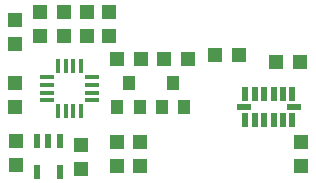
<source format=gbr>
G04 EAGLE Gerber RS-274X export*
G75*
%MOMM*%
%FSLAX34Y34*%
%LPD*%
%INSolderpaste Top*%
%IPPOS*%
%AMOC8*
5,1,8,0,0,1.08239X$1,22.5*%
G01*
%ADD10R,1.200000X0.300000*%
%ADD11R,0.300000X1.200000*%
%ADD12R,0.500000X1.200000*%
%ADD13R,1.200000X0.500000*%
%ADD14R,1.300000X1.200000*%
%ADD15R,1.200000X1.300000*%
%ADD16R,0.550000X1.200000*%
%ADD17R,1.000000X1.200000*%


D10*
X-93620Y19180D03*
X-93620Y12680D03*
X-93620Y6180D03*
X-93620Y-320D03*
D11*
X-84370Y-9570D03*
X-77870Y-9570D03*
X-71370Y-9570D03*
X-64870Y-9570D03*
D10*
X-55620Y-320D03*
X-55620Y6180D03*
X-55620Y12680D03*
X-55620Y19180D03*
D11*
X-64870Y28430D03*
X-71370Y28430D03*
X-77870Y28430D03*
X-84370Y28430D03*
D12*
X74110Y5430D03*
X82110Y5430D03*
X90110Y5430D03*
X98110Y5430D03*
X106110Y5430D03*
X114110Y5430D03*
D13*
X115110Y-5570D03*
D12*
X114110Y-16570D03*
X106110Y-16570D03*
X98110Y-16570D03*
X90110Y-16570D03*
X82110Y-16570D03*
X74110Y-16570D03*
D13*
X73110Y-5570D03*
D14*
X-120620Y14590D03*
X-120620Y-5730D03*
X-120620Y47270D03*
X-120620Y67590D03*
X-41620Y74590D03*
X-41620Y54270D03*
X-59620Y74590D03*
X-59620Y54270D03*
D15*
X-99780Y74430D03*
X-79460Y74430D03*
X-79460Y54430D03*
X-99780Y54430D03*
X120540Y32430D03*
X100220Y32430D03*
X68540Y38430D03*
X48220Y38430D03*
D14*
X121380Y-55730D03*
X121380Y-35410D03*
D16*
X-83120Y-34569D03*
X-92620Y-34569D03*
X-102120Y-34569D03*
X-102120Y-60571D03*
X-83120Y-60571D03*
D14*
X-64620Y-38410D03*
X-64620Y-58730D03*
X-119620Y-54730D03*
X-119620Y-34410D03*
X-34620Y-55730D03*
X-34620Y-35410D03*
X-14620Y-55730D03*
X-14620Y-35410D03*
D17*
X12840Y14430D03*
X22340Y-5570D03*
X3340Y-5570D03*
X-24620Y14430D03*
X-15120Y-5570D03*
X-34120Y-5570D03*
D15*
X25540Y34430D03*
X5220Y34430D03*
X-34780Y34430D03*
X-14460Y34430D03*
M02*

</source>
